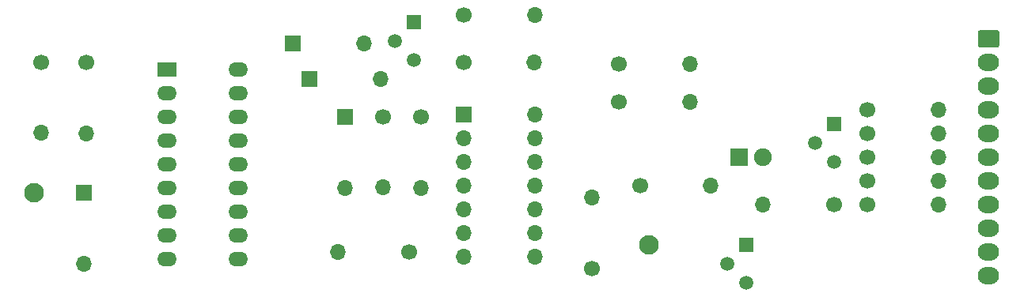
<source format=gbr>
%TF.GenerationSoftware,KiCad,Pcbnew,5.1.5+dfsg1-2build2*%
%TF.CreationDate,2022-12-31T14:33:42+00:00*%
%TF.ProjectId,g850-pic-prog,67383530-2d70-4696-932d-70726f672e6b,rev?*%
%TF.SameCoordinates,Original*%
%TF.FileFunction,Soldermask,Bot*%
%TF.FilePolarity,Negative*%
%FSLAX46Y46*%
G04 Gerber Fmt 4.6, Leading zero omitted, Abs format (unit mm)*
G04 Created by KiCad (PCBNEW 5.1.5+dfsg1-2build2) date 2022-12-31 14:33:42*
%MOMM*%
%LPD*%
G04 APERTURE LIST*
%ADD10O,2.100000X1.540000*%
%ADD11R,2.100000X1.540000*%
%ADD12C,1.497000*%
%ADD13R,1.497000X1.497000*%
%ADD14O,1.700000X1.700000*%
%ADD15R,1.700000X1.700000*%
%ADD16C,2.100000*%
%ADD17C,1.700000*%
%ADD18O,2.290000X1.840000*%
%ADD19C,0.100000*%
%ADD20C,1.900000*%
%ADD21R,1.900000X1.900000*%
G04 APERTURE END LIST*
D10*
%TO.C,U2*%
X119634000Y-96520000D03*
X112014000Y-96520000D03*
X119634000Y-93980000D03*
X112014000Y-93980000D03*
X119634000Y-91440000D03*
X112014000Y-91440000D03*
X119634000Y-88900000D03*
X112014000Y-88900000D03*
X119634000Y-86360000D03*
X112014000Y-86360000D03*
X119634000Y-83820000D03*
X112014000Y-83820000D03*
X119634000Y-81280000D03*
X112014000Y-81280000D03*
X119634000Y-78740000D03*
X112014000Y-78740000D03*
X119634000Y-76200000D03*
D11*
X112014000Y-76200000D03*
%TD*%
D12*
%TO.C,Q2*%
X183388000Y-86106000D03*
X181356000Y-84074000D03*
D13*
X183388000Y-82042000D03*
%TD*%
D14*
%TO.C,U1*%
X151384000Y-81026000D03*
X143764000Y-96266000D03*
X151384000Y-83566000D03*
X143764000Y-93726000D03*
X151384000Y-86106000D03*
X143764000Y-91186000D03*
X151384000Y-88646000D03*
X143764000Y-88646000D03*
X151384000Y-91186000D03*
X143764000Y-86106000D03*
X151384000Y-93726000D03*
X143764000Y-83566000D03*
X151384000Y-96266000D03*
D15*
X143764000Y-81026000D03*
%TD*%
D16*
%TO.C,TP2*%
X97790000Y-89408000D03*
%TD*%
%TO.C,TP1*%
X163576000Y-94996000D03*
%TD*%
D14*
%TO.C,R13*%
X194564000Y-80518000D03*
D17*
X186944000Y-80518000D03*
%TD*%
D14*
%TO.C,R12*%
X194564000Y-90678000D03*
D17*
X186944000Y-90678000D03*
%TD*%
D14*
%TO.C,R11*%
X167962000Y-79614000D03*
D17*
X160342000Y-79614000D03*
%TD*%
D14*
%TO.C,R10*%
X157480000Y-89916000D03*
D17*
X157480000Y-97536000D03*
%TD*%
D14*
%TO.C,R9*%
X194564000Y-88138000D03*
D17*
X186944000Y-88138000D03*
%TD*%
D14*
%TO.C,R8*%
X194564000Y-85598000D03*
D17*
X186944000Y-85598000D03*
%TD*%
D14*
%TO.C,R7*%
X167962000Y-75564000D03*
D17*
X160342000Y-75564000D03*
%TD*%
D14*
%TO.C,R6*%
X194564000Y-83058000D03*
D17*
X186944000Y-83058000D03*
%TD*%
D14*
%TO.C,R5*%
X151384000Y-70358000D03*
D17*
X143764000Y-70358000D03*
%TD*%
D14*
%TO.C,R4*%
X130302000Y-95758000D03*
D17*
X137922000Y-95758000D03*
%TD*%
D14*
%TO.C,R3*%
X175768000Y-90678000D03*
D17*
X183388000Y-90678000D03*
%TD*%
D14*
%TO.C,R2*%
X103378000Y-83058000D03*
D17*
X103378000Y-75438000D03*
%TD*%
D14*
%TO.C,R1*%
X139192000Y-88900000D03*
D17*
X139192000Y-81280000D03*
%TD*%
D12*
%TO.C,Q3*%
X173990000Y-99060000D03*
X171958000Y-97028000D03*
D13*
X173990000Y-94996000D03*
%TD*%
D12*
%TO.C,Q1*%
X138430000Y-75184000D03*
X136398000Y-73152000D03*
D13*
X138430000Y-71120000D03*
%TD*%
D18*
%TO.C,J1*%
X199898000Y-98298000D03*
X199898000Y-95758000D03*
X199898000Y-93218000D03*
X199898000Y-90678000D03*
X199898000Y-88138000D03*
X199898000Y-85598000D03*
X199898000Y-83058000D03*
X199898000Y-80518000D03*
X199898000Y-77978000D03*
X199898000Y-75438000D03*
D19*
G36*
X200804545Y-71979273D02*
G01*
X200830208Y-71983080D01*
X200855375Y-71989384D01*
X200879802Y-71998124D01*
X200903255Y-72009216D01*
X200925507Y-72022554D01*
X200946346Y-72038009D01*
X200965569Y-72055431D01*
X200982991Y-72074654D01*
X200998446Y-72095493D01*
X201011784Y-72117745D01*
X201022876Y-72141198D01*
X201031616Y-72165625D01*
X201037920Y-72190792D01*
X201041727Y-72216455D01*
X201043000Y-72242367D01*
X201043000Y-73553633D01*
X201041727Y-73579545D01*
X201037920Y-73605208D01*
X201031616Y-73630375D01*
X201022876Y-73654802D01*
X201011784Y-73678255D01*
X200998446Y-73700507D01*
X200982991Y-73721346D01*
X200965569Y-73740569D01*
X200946346Y-73757991D01*
X200925507Y-73773446D01*
X200903255Y-73786784D01*
X200879802Y-73797876D01*
X200855375Y-73806616D01*
X200830208Y-73812920D01*
X200804545Y-73816727D01*
X200778633Y-73818000D01*
X199017367Y-73818000D01*
X198991455Y-73816727D01*
X198965792Y-73812920D01*
X198940625Y-73806616D01*
X198916198Y-73797876D01*
X198892745Y-73786784D01*
X198870493Y-73773446D01*
X198849654Y-73757991D01*
X198830431Y-73740569D01*
X198813009Y-73721346D01*
X198797554Y-73700507D01*
X198784216Y-73678255D01*
X198773124Y-73654802D01*
X198764384Y-73630375D01*
X198758080Y-73605208D01*
X198754273Y-73579545D01*
X198753000Y-73553633D01*
X198753000Y-72242367D01*
X198754273Y-72216455D01*
X198758080Y-72190792D01*
X198764384Y-72165625D01*
X198773124Y-72141198D01*
X198784216Y-72117745D01*
X198797554Y-72095493D01*
X198813009Y-72074654D01*
X198830431Y-72055431D01*
X198849654Y-72038009D01*
X198870493Y-72022554D01*
X198892745Y-72009216D01*
X198916198Y-71998124D01*
X198940625Y-71989384D01*
X198965792Y-71983080D01*
X198991455Y-71979273D01*
X199017367Y-71978000D01*
X200778633Y-71978000D01*
X200804545Y-71979273D01*
G37*
%TD*%
D20*
%TO.C,D5*%
X175768000Y-85598000D03*
D21*
X173228000Y-85598000D03*
%TD*%
D14*
%TO.C,D4*%
X103124000Y-97028000D03*
D15*
X103124000Y-89408000D03*
%TD*%
D14*
%TO.C,D3*%
X133096000Y-73406000D03*
D15*
X125476000Y-73406000D03*
%TD*%
D14*
%TO.C,D2*%
X134874000Y-77216000D03*
D15*
X127254000Y-77216000D03*
%TD*%
D14*
%TO.C,D1*%
X131064000Y-88900000D03*
D15*
X131064000Y-81280000D03*
%TD*%
D14*
%TO.C,C4*%
X98552000Y-82938000D03*
D17*
X98552000Y-75438000D03*
%TD*%
D14*
%TO.C,C3*%
X170162000Y-88614000D03*
D17*
X162662000Y-88614000D03*
%TD*%
D14*
%TO.C,C2*%
X151264000Y-75438000D03*
D17*
X143764000Y-75438000D03*
%TD*%
D14*
%TO.C,C1*%
X135128000Y-88780000D03*
D17*
X135128000Y-81280000D03*
%TD*%
M02*

</source>
